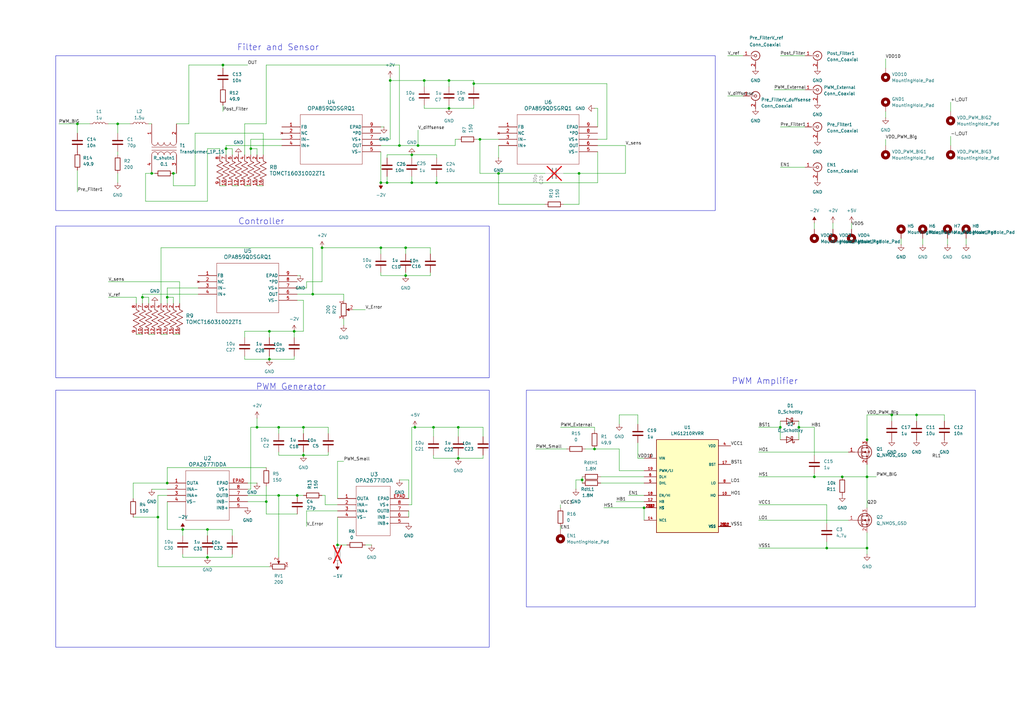
<source format=kicad_sch>
(kicad_sch (version 20231120) (generator "eeschema") (generator_version "8.0")
  (paper "A3")
  (junction (at 71.12 71.12))
  (junction (at 264.16 208.28))
  (junction (at 334.01 195.58))
  (junction (at 204.47 71.12))
  (junction (at 184.15 33.02))
  (junction (at 156.21 101.6))
  (junction (at 355.6 180.34))
  (junction (at 163.83 59.69))
  (junction (at 187.96 187.96))
  (junction (at 327.66 175.26))
  (junction (at 48.26 50.8))
  (junction (at 243.84 184.15))
  (junction (at 68.58 198.12))
  (junction (at 138.43 223.52))
  (junction (at 128.27 120.65))
  (junction (at 237.49 71.12))
  (junction (at 339.09 224.79))
  (junction (at 171.45 59.69))
  (junction (at 177.8 175.26))
  (junction (at 91.44 26.67))
  (junction (at 114.3 203.2))
  (junction (at 110.49 147.32))
  (junction (at 85.09 217.17))
  (junction (at 58.42 121.92))
  (junction (at 109.22 205.74))
  (junction (at 85.09 228.6))
  (junction (at 196.85 57.15))
  (junction (at 124.46 186.69))
  (junction (at 173.99 33.02))
  (junction (at 105.41 175.26))
  (junction (at 158.75 74.93))
  (junction (at 92.71 60.96))
  (junction (at 168.91 74.93))
  (junction (at 345.44 195.58))
  (junction (at 62.23 71.12))
  (junction (at 156.21 74.93))
  (junction (at 320.04 175.26))
  (junction (at 132.08 101.6))
  (junction (at 355.6 224.79))
  (junction (at 120.65 135.89))
  (junction (at 187.96 175.26))
  (junction (at 194.31 34.29))
  (junction (at 64.77 212.09))
  (junction (at 355.6 195.58))
  (junction (at 124.46 175.26))
  (junction (at 160.02 33.02))
  (junction (at 110.49 135.89))
  (junction (at 121.92 203.2))
  (junction (at 179.07 74.93))
  (junction (at 31.75 50.8))
  (junction (at 365.76 170.18))
  (junction (at 375.92 170.18))
  (junction (at 68.58 121.92))
  (junction (at 168.91 63.5))
  (junction (at 114.3 175.26))
  (junction (at 166.37 113.03))
  (junction (at 238.76 196.85))
  (junction (at 170.18 175.26))
  (junction (at 184.15 44.45))
  (junction (at 166.37 101.6))
  (junction (at 102.87 60.96))
  (junction (at 74.93 217.17))
  (wire (pts (xy 334.01 195.58) (xy 345.44 195.58)))
  (wire (pts (xy 156.21 111.76) (xy 156.21 113.03)))
  (wire (pts (xy 240.03 184.15) (xy 243.84 184.15)))
  (wire (pts (xy 176.53 113.03) (xy 176.53 111.76)))
  (wire (pts (xy 128.27 101.6) (xy 128.27 120.65)))
  (wire (pts (xy 237.49 71.12) (xy 237.49 83.82)))
  (wire (pts (xy 44.45 50.8) (xy 48.26 50.8)))
  (wire (pts (xy 90.17 60.96) (xy 90.17 63.5)))
  (wire (pts (xy 71.12 71.12) (xy 71.12 76.2)))
  (wire (pts (xy 365.76 170.18) (xy 375.92 170.18)))
  (wire (pts (xy 156.21 74.93) (xy 158.75 74.93)))
  (wire (pts (xy 124.46 186.69) (xy 124.46 185.42)))
  (wire (pts (xy 125.73 209.55) (xy 138.43 209.55)))
  (wire (pts (xy 187.96 179.07) (xy 187.96 175.26)))
  (wire (pts (xy 102.87 200.66) (xy 101.6 200.66)))
  (wire (pts (xy 156.21 57.15) (xy 160.02 57.15)))
  (wire (pts (xy 186.69 57.15) (xy 186.69 59.69)))
  (wire (pts (xy 109.22 199.39) (xy 109.22 205.74)))
  (wire (pts (xy 173.99 35.56) (xy 173.99 33.02)))
  (wire (pts (xy 168.91 175.26) (xy 170.18 175.26)))
  (wire (pts (xy 74.93 228.6) (xy 85.09 228.6)))
  (wire (pts (xy 389.89 55.88) (xy 389.89 59.69)))
  (wire (pts (xy 179.07 72.39) (xy 179.07 74.93)))
  (wire (pts (xy 68.58 121.92) (xy 68.58 118.11)))
  (wire (pts (xy 58.42 121.92) (xy 60.96 121.92)))
  (wire (pts (xy 194.31 34.29) (xy 248.92 34.29)))
  (wire (pts (xy 110.49 147.32) (xy 120.65 147.32)))
  (wire (pts (xy 355.6 190.5) (xy 355.6 195.58)))
  (wire (pts (xy 105.41 63.5) (xy 105.41 60.96)))
  (wire (pts (xy 55.88 121.92) (xy 55.88 124.46)))
  (wire (pts (xy 105.41 60.96) (xy 102.87 60.96)))
  (wire (pts (xy 160.02 33.02) (xy 173.99 33.02)))
  (wire (pts (xy 124.46 177.8) (xy 124.46 175.26)))
  (wire (pts (xy 100.33 76.2) (xy 102.87 76.2)))
  (wire (pts (xy 100.33 146.05) (xy 100.33 147.32)))
  (wire (pts (xy 298.45 22.86) (xy 304.8 22.86)))
  (wire (pts (xy 58.42 120.65) (xy 81.28 120.65)))
  (wire (pts (xy 375.92 170.18) (xy 375.92 172.72)))
  (wire (pts (xy 74.93 219.71) (xy 74.93 217.17)))
  (wire (pts (xy 184.15 44.45) (xy 184.15 43.18)))
  (wire (pts (xy 142.24 223.52) (xy 138.43 223.52)))
  (wire (pts (xy 107.95 54.61) (xy 107.95 63.5)))
  (wire (pts (xy 74.93 227.33) (xy 74.93 228.6)))
  (wire (pts (xy 204.47 71.12) (xy 196.85 71.12)))
  (wire (pts (xy 74.93 217.17) (xy 68.58 217.17)))
  (wire (pts (xy 90.17 76.2) (xy 92.71 76.2)))
  (wire (pts (xy 44.45 115.57) (xy 73.66 115.57)))
  (wire (pts (xy 77.47 26.67) (xy 77.47 50.8)))
  (wire (pts (xy 177.8 186.69) (xy 177.8 187.96)))
  (wire (pts (xy 55.88 137.16) (xy 58.42 137.16)))
  (wire (pts (xy 156.21 113.03) (xy 166.37 113.03)))
  (wire (pts (xy 378.46 97.79) (xy 378.46 100.33)))
  (wire (pts (xy 109.22 26.67) (xy 163.83 26.67)))
  (wire (pts (xy 176.53 101.6) (xy 166.37 101.6)))
  (wire (pts (xy 31.75 69.85) (xy 31.75 78.74)))
  (wire (pts (xy 355.6 170.18) (xy 355.6 180.34)))
  (wire (pts (xy 320.04 175.26) (xy 320.04 180.34)))
  (wire (pts (xy 388.62 97.79) (xy 388.62 100.33)))
  (wire (pts (xy 100.33 50.8) (xy 109.22 50.8)))
  (wire (pts (xy 334.01 175.26) (xy 334.01 186.69)))
  (wire (pts (xy 396.24 97.79) (xy 396.24 100.33)))
  (wire (pts (xy 339.09 224.79) (xy 355.6 224.79)))
  (wire (pts (xy 184.15 35.56) (xy 184.15 33.02)))
  (wire (pts (xy 95.25 217.17) (xy 85.09 217.17)))
  (wire (pts (xy 334.01 91.44) (xy 334.01 93.98)))
  (wire (pts (xy 170.18 175.26) (xy 177.8 175.26)))
  (wire (pts (xy 105.41 175.26) (xy 114.3 175.26)))
  (wire (pts (xy 369.57 97.79) (xy 369.57 100.33)))
  (wire (pts (xy 91.44 26.67) (xy 101.6 26.67)))
  (wire (pts (xy 187.96 175.26) (xy 198.12 175.26)))
  (wire (pts (xy 177.8 175.26) (xy 177.8 179.07)))
  (wire (pts (xy 58.42 120.65) (xy 58.42 121.92)))
  (wire (pts (xy 339.09 214.63) (xy 339.09 207.01)))
  (wire (pts (xy 109.22 205.74) (xy 101.6 205.74)))
  (wire (pts (xy 196.85 57.15) (xy 195.58 57.15)))
  (wire (pts (xy 102.87 175.26) (xy 102.87 200.66)))
  (wire (pts (xy 121.92 113.03) (xy 123.19 113.03)))
  (wire (pts (xy 59.69 71.12) (xy 59.69 82.55)))
  (wire (pts (xy 62.23 71.12) (xy 59.69 71.12)))
  (wire (pts (xy 341.63 91.44) (xy 341.63 93.98)))
  (wire (pts (xy 264.16 187.96) (xy 261.62 187.96)))
  (wire (pts (xy 237.49 71.12) (xy 231.14 71.12)))
  (wire (pts (xy 375.92 170.18) (xy 387.35 170.18)))
  (wire (pts (xy 311.15 224.79) (xy 339.09 224.79)))
  (wire (pts (xy 102.87 57.15) (xy 115.57 57.15)))
  (wire (pts (xy 109.22 50.8) (xy 109.22 26.67)))
  (wire (pts (xy 317.5 36.83) (xy 330.2 36.83)))
  (wire (pts (xy 100.33 135.89) (xy 110.49 135.89)))
  (wire (pts (xy 95.25 228.6) (xy 95.25 227.33)))
  (wire (pts (xy 245.11 52.07) (xy 245.11 44.45)))
  (wire (pts (xy 231.14 83.82) (xy 237.49 83.82)))
  (wire (pts (xy 132.08 101.6) (xy 156.21 101.6)))
  (wire (pts (xy 363.22 24.13) (xy 363.22 27.94)))
  (wire (pts (xy 173.99 44.45) (xy 184.15 44.45)))
  (wire (pts (xy 168.91 63.5) (xy 168.91 64.77)))
  (wire (pts (xy 177.8 175.26) (xy 187.96 175.26)))
  (wire (pts (xy 114.3 177.8) (xy 114.3 175.26)))
  (wire (pts (xy 125.73 115.57) (xy 132.08 115.57)))
  (wire (pts (xy 58.42 124.46) (xy 58.42 121.92)))
  (wire (pts (xy 254 184.15) (xy 254 193.04)))
  (wire (pts (xy 355.6 224.79) (xy 355.6 227.33)))
  (wire (pts (xy 168.91 207.01) (xy 167.64 207.01)))
  (wire (pts (xy 92.71 63.5) (xy 92.71 60.96)))
  (wire (pts (xy 168.91 207.01) (xy 168.91 175.26)))
  (wire (pts (xy 158.75 72.39) (xy 158.75 74.93)))
  (wire (pts (xy 105.41 171.45) (xy 105.41 175.26)))
  (wire (pts (xy 187.96 187.96) (xy 187.96 186.69)))
  (wire (pts (xy 163.83 59.69) (xy 171.45 59.69)))
  (wire (pts (xy 125.73 215.9) (xy 125.73 209.55)))
  (wire (pts (xy 100.33 63.5) (xy 100.33 50.8)))
  (wire (pts (xy 264.16 208.28) (xy 264.16 213.36)))
  (wire (pts (xy 74.93 217.17) (xy 85.09 217.17)))
  (wire (pts (xy 105.41 175.26) (xy 102.87 175.26)))
  (wire (pts (xy 194.31 44.45) (xy 194.31 43.18)))
  (wire (pts (xy 100.33 138.43) (xy 100.33 135.89)))
  (wire (pts (xy 133.35 203.2) (xy 133.35 207.01)))
  (wire (pts (xy 156.21 101.6) (xy 166.37 101.6)))
  (wire (pts (xy 101.6 203.2) (xy 114.3 203.2)))
  (wire (pts (xy 236.22 196.85) (xy 236.22 200.66)))
  (wire (pts (xy 80.01 76.2) (xy 80.01 54.61)))
  (wire (pts (xy 85.09 60.96) (xy 85.09 82.55)))
  (wire (pts (xy 355.6 180.34) (xy 355.6 181.61)))
  (wire (pts (xy 64.77 232.41) (xy 64.77 212.09)))
  (wire (pts (xy 246.38 195.58) (xy 264.16 195.58)))
  (wire (pts (xy 80.01 54.61) (xy 107.95 54.61)))
  (wire (pts (xy 229.87 207.01) (xy 229.87 208.28)))
  (wire (pts (xy 48.26 71.12) (xy 48.26 74.93)))
  (wire (pts (xy 105.41 198.12) (xy 101.6 198.12)))
  (wire (pts (xy 95.25 76.2) (xy 97.79 76.2)))
  (wire (pts (xy 100.33 147.32) (xy 110.49 147.32)))
  (wire (pts (xy 298.45 39.37) (xy 304.8 39.37)))
  (wire (pts (xy 158.75 63.5) (xy 158.75 64.77)))
  (wire (pts (xy 160.02 31.75) (xy 160.02 33.02)))
  (wire (pts (xy 311.15 175.26) (xy 320.04 175.26)))
  (wire (pts (xy 167.64 196.85) (xy 167.64 204.47)))
  (wire (pts (xy 149.86 223.52) (xy 152.4 223.52)))
  (wire (pts (xy 363.22 57.15) (xy 363.22 59.69)))
  (wire (pts (xy 179.07 64.77) (xy 179.07 63.5)))
  (wire (pts (xy 158.75 74.93) (xy 168.91 74.93)))
  (wire (pts (xy 140.97 133.35) (xy 140.97 130.81)))
  (wire (pts (xy 121.92 118.11) (xy 125.73 118.11)))
  (wire (pts (xy 254 193.04) (xy 264.16 193.04)))
  (wire (pts (xy 60.96 50.8) (xy 62.23 50.8)))
  (wire (pts (xy 124.46 186.69) (xy 134.62 186.69)))
  (wire (pts (xy 134.62 186.69) (xy 134.62 185.42)))
  (wire (pts (xy 194.31 33.02) (xy 184.15 33.02)))
  (wire (pts (xy 124.46 123.19) (xy 121.92 123.19)))
  (wire (pts (xy 132.08 115.57) (xy 132.08 101.6)))
  (wire (pts (xy 140.97 120.65) (xy 128.27 120.65)))
  (wire (pts (xy 238.76 196.85) (xy 238.76 198.12)))
  (wire (pts (xy 256.54 59.69) (xy 256.54 71.12)))
  (wire (pts (xy 166.37 104.14) (xy 166.37 101.6)))
  (wire (pts (xy 48.26 62.23) (xy 48.26 63.5)))
  (wire (pts (xy 66.04 101.6) (xy 66.04 124.46)))
  (wire (pts (xy 54.61 212.09) (xy 64.77 212.09)))
  (wire (pts (xy 166.37 113.03) (xy 166.37 111.76)))
  (wire (pts (xy 85.09 60.96) (xy 90.17 60.96)))
  (wire (pts (xy 64.77 212.09) (xy 64.77 203.2)))
  (wire (pts (xy 179.07 63.5) (xy 168.91 63.5)))
  (wire (pts (xy 109.22 205.74) (xy 109.22 210.82)))
  (wire (pts (xy 114.3 203.2) (xy 121.92 203.2)))
  (wire (pts (xy 91.44 43.18) (xy 91.44 45.72)))
  (wire (pts (xy 31.75 50.8) (xy 36.83 50.8)))
  (wire (pts (xy 44.45 121.92) (xy 55.88 121.92)))
  (wire (pts (xy 31.75 50.8) (xy 31.75 54.61)))
  (wire (pts (xy 179.07 74.93) (xy 245.11 74.93)))
  (wire (pts (xy 198.12 187.96) (xy 198.12 186.69)))
  (wire (pts (xy 320.04 172.72) (xy 320.04 175.26)))
  (wire (pts (xy 120.65 138.43) (xy 120.65 135.89)))
  (wire (pts (xy 144.78 127) (xy 149.86 127)))
  (wire (pts (xy 71.12 76.2) (xy 80.01 76.2)))
  (wire (pts (xy 138.43 189.23) (xy 140.97 189.23)))
  (wire (pts (xy 247.65 208.28) (xy 264.16 208.28)))
  (wire (pts (xy 54.61 198.12) (xy 54.61 204.47)))
  (wire (pts (xy 48.26 50.8) (xy 48.26 54.61)))
  (wire (pts (xy 256.54 71.12) (xy 237.49 71.12)))
  (wire (pts (xy 92.71 60.96) (xy 95.25 60.96)))
  (wire (pts (xy 92.71 59.69) (xy 92.71 60.96)))
  (wire (pts (xy 334.01 195.58) (xy 334.01 194.31)))
  (wire (pts (xy 68.58 191.77) (xy 68.58 198.12)))
  (wire (pts (xy 68.58 121.92) (xy 68.58 124.46)))
  (wire (pts (xy 138.43 223.52) (xy 138.43 212.09)))
  (wire (pts (xy 204.47 71.12) (xy 204.47 83.82)))
  (wire (pts (xy 163.83 196.85) (xy 167.64 196.85)))
  (wire (pts (xy 177.8 187.96) (xy 187.96 187.96)))
  (wire (pts (xy 173.99 43.18) (xy 173.99 44.45)))
  (wire (pts (xy 168.91 72.39) (xy 168.91 74.93)))
  (wire (pts (xy 68.58 191.77) (xy 109.22 191.77)))
  (wire (pts (xy 102.87 60.96) (xy 102.87 63.5)))
  (wire (pts (xy 167.64 209.55) (xy 167.64 212.09)))
  (wire (pts (xy 134.62 175.26) (xy 124.46 175.26)))
  (wire (pts (xy 261.62 187.96) (xy 261.62 181.61)))
  (wire (pts (xy 105.41 76.2) (xy 107.95 76.2)))
  (wire (pts (xy 245.11 62.23) (xy 245.11 74.93)))
  (wire (pts (xy 355.6 195.58) (xy 355.6 208.28)))
  (wire (pts (xy 327.66 172.72) (xy 327.66 175.26)))
  (wire (pts (xy 168.91 74.93) (xy 179.07 74.93)))
  (wire (pts (xy 156.21 59.69) (xy 163.83 59.69)))
  (wire (pts (xy 156.21 74.93) (xy 156.21 62.23)))
  (wire (pts (xy 71.12 137.16) (xy 73.66 137.16)))
  (wire (pts (xy 194.31 34.29) (xy 194.31 33.02)))
  (wire (pts (xy 243.84 184.15) (xy 254 184.15)))
  (wire (pts (xy 219.71 184.15) (xy 232.41 184.15)))
  (wire (pts (xy 311.15 207.01) (xy 339.09 207.01)))
  (wire (pts (xy 160.02 33.02) (xy 160.02 57.15)))
  (wire (pts (xy 257.81 203.2) (xy 264.16 203.2)))
  (wire (pts (xy 85.09 82.55) (xy 59.69 82.55)))
  (wire (pts (xy 95.25 60.96) (xy 95.25 63.5)))
  (wire (pts (xy 198.12 179.07) (xy 198.12 175.26)))
  (wire (pts (xy 68.58 198.12) (xy 54.61 198.12)))
  (wire (pts (xy 121.92 203.2) (xy 124.46 203.2)))
  (wire (pts (xy 109.22 210.82) (xy 121.92 210.82)))
  (wire (pts (xy 194.31 35.56) (xy 194.31 34.29)))
  (wire (pts (xy 114.3 185.42) (xy 114.3 186.69)))
  (wire (pts (xy 120.65 135.89) (xy 124.46 135.89)))
  (wire (pts (xy 133.35 207.01) (xy 138.43 207.01)))
  (wire (pts (xy 248.92 57.15) (xy 245.11 57.15)))
  (wire (pts (xy 311.15 185.42) (xy 347.98 185.42)))
  (wire (pts (xy 238.76 195.58) (xy 238.76 196.85)))
  (wire (pts (xy 355.6 218.44) (xy 355.6 224.79)))
  (wire (pts (xy 66.04 101.6) (xy 128.27 101.6)))
  (wire (pts (xy 114.3 203.2) (xy 114.3 228.6)))
  (wire (pts (xy 166.37 113.03) (xy 176.53 113.03)))
  (wire (pts (xy 134.62 177.8) (xy 134.62 175.26)))
  (wire (pts (xy 248.92 34.29) (xy 248.92 57.15)))
  (wire (pts (xy 261.62 170.18) (xy 261.62 173.99)))
  (wire (pts (xy 95.25 219.71) (xy 95.25 217.17)))
  (wire (pts (xy 62.23 71.12) (xy 63.5 71.12)))
  (wire (pts (xy 163.83 26.67) (xy 163.83 59.69)))
  (wire (pts (xy 223.52 71.12) (xy 204.47 71.12)))
  (wire (pts (xy 68.58 118.11) (xy 81.28 118.11)))
  (wire (pts (xy 168.91 63.5) (xy 158.75 63.5)))
  (wire (pts (xy 102.87 60.96) (xy 102.87 57.15)))
  (wire (pts (xy 114.3 186.69) (xy 124.46 186.69)))
  (wire (pts (xy 60.96 121.92) (xy 60.96 124.46)))
  (wire (pts (xy 171.45 59.69) (xy 186.69 59.69)))
  (wire (pts (xy 85.09 219.71) (xy 85.09 217.17)))
  (wire (pts (xy 156.21 104.14) (xy 156.21 101.6)))
  (wire (pts (xy 85.09 228.6) (xy 85.09 227.33)))
  (wire (pts (xy 229.87 175.26) (xy 243.84 175.26)))
  (wire (pts (xy 48.26 50.8) (xy 53.34 50.8)))
  (wire (pts (xy 355.6 170.18) (xy 365.76 170.18)))
  (wire (pts (xy 72.39 50.8) (xy 77.47 50.8)))
  (wire (pts (xy 229.87 215.9) (xy 229.87 217.17)))
  (wire (pts (xy 187.96 57.15) (xy 186.69 57.15)))
  (wire (pts (xy 92.71 59.69) (xy 115.57 59.69)))
  (wire (pts (xy 320.04 68.58) (xy 330.2 68.58)))
  (wire (pts (xy 176.53 104.14) (xy 176.53 101.6)))
  (wire (pts (xy 120.65 147.32) (xy 120.65 146.05)))
  (wire (pts (xy 387.35 170.18) (xy 387.35 172.72)))
  (wire (pts (xy 254 173.99) (xy 254 170.18)))
  (wire (pts (xy 110.49 138.43) (xy 110.49 135.89)))
  (wire (pts (xy 156.21 52.07) (xy 157.48 52.07)))
  (wire (pts (xy 184.15 44.45) (xy 194.31 44.45)))
  (wire (pts (xy 121.92 120.65) (xy 128.27 120.65)))
  (wire (pts (xy 85.09 228.6) (xy 95.25 228.6)))
  (wire (pts (xy 68.58 205.74) (xy 68.58 217.17)))
  (wire (pts (xy 363.22 45.72) (xy 363.22 48.26)))
  (wire (pts (xy 91.44 26.67) (xy 91.44 27.94)))
  (wire (pts (xy 243.84 44.45) (xy 245.11 44.45)))
  (wire (pts (xy 77.47 26.67) (xy 91.44 26.67)))
  (wire (pts (xy 124.46 123.19) (xy 124.46 135.89)))
  (wire (pts (xy 320.04 52.07) (xy 330.2 52.07)))
  (wire (pts (xy 125.73 115.57) (xy 125.73 118.11)))
  (wire (pts (xy 238.76 196.85) (xy 236.22 196.85)))
  (wire (pts (xy 196.85 71.12) (xy 196.85 57.15)))
  (wire (pts (xy 254 170.18) (xy 261.62 170.18)))
  (wire (pts (xy 62.23 200.66) (xy 68.58 200.66)))
  (wire (pts (xy 64.77 203.2) (xy 68.58 203.2)))
  (wire (pts (xy 252.73 205.74) (xy 264.16 205.74)))
  (wire (pts (xy 311.15 195.58) (xy 334.01 195.58)))
  (wire (pts (xy 171.45 53.34) (xy 171.45 59.69)))
  (wire (pts (xy 66.04 137.16) (xy 68.58 137.16)))
  (wire (pts (xy 320.04 22.86) (xy 330.2 22.86)))
  (wire (pts (xy 243.84 175.26) (xy 243.84 176.53)))
  (wire (pts (xy 196.85 57.15) (xy 204.47 57.15)))
  (wire (pts (xy 327.66 175.26) (xy 327.66 180.34)))
  (wire (pts (xy 204.47 59.69) (xy 204.47 64.77)))
  (wire (pts (xy 132.08 203.2) (xy 133.35 203.2)))
  (wire (pts (xy 120.65 135.89) (xy 110.49 135.89)))
  (wire (pts (xy 389.89 41.91) (xy 389.89 45.72)))
  (wire (pts (xy 327.66 175.26) (xy 334.01 175.26)))
  (wire (pts (xy 223.52 83.82) (xy 204.47 83.82)))
  (wire (pts (xy 60.96 137.16) (xy 63.5 137.16)))
  (wire (pts (xy 355.6 195.58) (xy 359.41 195.58)))
  (wire (pts (xy 187.96 187.96) (xy 198.12 187.96)))
  (wire (pts (xy 345.44 195.58) (xy 355.6 195.58)))
  (wire (pts (xy 365.76 170.18) (xy 365.76 172.72)))
  (wire (pts (xy 339.09 222.25) (xy 339.09 224.79)))
  (wire (pts (xy 73.66 115.57) (xy 73.66 124.46)))
  (wire (pts (xy 71.12 121.92) (xy 68.58 121.92)))
  (wire (pts (xy 349.25 91.44) (xy 349.25 93.98)))
  (wire (pts (xy 138.43 189.23) (xy 138.43 204.47)))
  (wire (pts (xy 24.13 50.8) (xy 31.75 50.8)))
  (wire (pts (xy 245.11 59.69) (xy 256.54 59.69)))
  (wire (pts (xy 140.97 123.19) (xy 140.97 120.65)))
  (wire (pts (xy 64.77 232.41) (xy 110.49 232.41)))
  (wire (pts (xy 71.12 124.46) (xy 71.12 121.92)))
  (wire (pts (xy 114.3 175.26) (xy 124.46 175.26)))
  (wire (pts (xy 311.15 213.36) (xy 347.98 213.36)))
  (wire (pts (xy 72.39 71.12) (xy 71.12 71.12)))
  (wire (pts (xy 110.49 147.32) (xy 110.49 146.05)))
  (wire (pts (xy 173.99 33.02) (xy 184.15 33.02)))
  (wire (pts (xy 246.38 198.12) (xy 264.16 198.12)))
  (rectangle (start 215.9 160.02) (end 400.05 248.92))
  (rectangle (start 22.86 22.86) (end 293.37 86.36))
  (rectangle (start 22.86 160.02) (end 200.66 265.43))
  (rectangle (start 22.86 92.71) (end 200.66 154.94))
  (text "Controller" (at 107.188 90.932 0) (effects (font (size 2.54 2.54))))
  (text "Filter and Sensor" (at 114.046 19.558 0) (effects (font (size 2.54 2.54))))
  (text "PWM Generator" (at 119.38 158.75 0) (effects (font (size 2.54 2.54))))
  (text "PWM Amplifier" (at 313.69 156.464 0) (effects (font (size 2.54 2.54))))
  (label "VCC1" (at 311.15 207.01 0))
  (label "V_Error" (at 125.73 215.9 0))
  (label "PWM_Small" (at 140.97 189.23 0))
  (label "VDD_PWM_Big" (at 363.22 57.15 0))
  (label "PWM_BIG" (at 24.13 50.8 0))
  (label "HO1" (at 311.15 185.42 0))
  (label "PWM_Small" (at 219.71 184.15 0))
  (label "HB1" (at 332.74 175.26 0))
  (label "+I_OUT" (at 389.89 41.91 0))
  (label "VSS1" (at 311.15 224.79 0))
  (label "PWM_External" (at 229.87 175.26 0))
  (label "VDD10" (at 363.22 24.13 0))
  (label "HB1" (at 252.73 205.74 0))
  (label "V_sens" (at 44.45 115.57 0))
  (label "Post_Filter" (at 91.44 45.72 0))
  (label "RL1" (at 382.27 187.96 0))
  (label "PWM_BIG" (at 359.41 195.58 0))
  (label "VDD5" (at 349.25 92.71 0))
  (label "BST1" (at 299.72 190.5 0))
  (label "V_diffsense" (at 171.45 53.34 0))
  (label "V_Error" (at 149.86 127 0))
  (label "VDD10" (at 261.62 187.96 0))
  (label "HS1" (at 247.65 208.28 0))
  (label "-I_OUT" (at 389.89 55.88 0))
  (label "EN1" (at 229.87 217.17 0))
  (label "BST1" (at 311.15 175.26 0))
  (label "V_diffsense" (at 298.45 39.37 0))
  (label "V_ref" (at 298.45 22.86 0))
  (label "VDD_PWM_Big" (at 355.6 170.18 0))
  (label "Post_Filter" (at 320.04 22.86 0))
  (label "Pre_Filter1" (at 320.04 52.07 0))
  (label "LO1" (at 299.72 198.12 0))
  (label "Q2D" (at 355.6 207.01 0))
  (label "Pre_Filter1" (at 31.75 78.74 0))
  (label "VCC1" (at 229.87 207.01 0))
  (label "OUT" (at 101.6 26.67 0))
  (label "LO1" (at 311.15 213.36 0))
  (label "V_sens" (at 256.54 59.69 0))
  (label "PWM_External" (at 317.5 36.83 0))
  (label "V_ref" (at 44.45 121.92 0))
  (label "VCC1" (at 299.72 182.88 0))
  (label "EN1" (at 320.04 68.58 0))
  (label "EN1" (at 257.81 203.2 0))
  (label "VSS1" (at 299.72 215.9 0))
  (label "HO1" (at 299.72 203.2 0))
  (label "HS1" (at 311.15 195.58 0))
  (symbol (lib_id "power:GND") (at 140.97 133.35 0) (mirror y) (unit 1)
    (property "Reference" "#PWR09" (effects (hide yes)))
    (property "Value" "GND" (at 140.97 138.43 0))
    (property "Description" "Power symbol creates a global label with name \"GND\" , ground" (effects (hide yes)))
  )
  (symbol (lib_id "power:GND") (at 355.6 227.33 0) (unit 1)
    (property "Reference" "#PWR0104" (effects (hide yes)))
    (property "Value" "GND" (at 355.6 232.41 0))
    (property "Description" "Power symbol creates a global label with name \"GND\" , ground" (effects (hide yes)))
  )
  (symbol (lib_id "Device:C") (at 74.93 223.52 180) (unit 1)
    (property "Reference" "C30" (at 71.12 224.7901 0) (effects (justify left)))
    (property "Value" "10u" (at 71.12 222.2501 0) (effects (justify left)))
    (property "Footprint" "Capacitor_SMD:C_0402_1005Metric" (effects (hide yes)))
    (property "Description" "Unpolarized capacitor" (effects (hide yes)))
  )
  (symbol (lib_id "Device:C") (at 110.49 142.24 180) (unit 1)
    (property "Reference" "C28" (at 104.648 143.764 0) (effects (justify right)))
    (property "Value" "1u" (at 104.902 140.97 0) (effects (justify right)))
    (property "Footprint" "Capacitor_SMD:C_0402_1005Metric" (effects (hide yes)))
    (property "Description" "Unpolarized capacitor" (effects (hide yes)))
  )
  (symbol (lib_id "power:GND") (at 97.79 63.5 180) (unit 1)
    (property "Reference" "#PWR013" (effects (hide yes)))
    (property "Value" "GND" (at 97.79 58.42 0))
    (property "Description" "Power symbol creates a global label with name \"GND\" , ground" (effects (hide yes)))
  )
  (symbol (lib_id "Device:R_Potentiometer") (at 114.3 232.41 90) (unit 1)
    (property "Reference" "RV1" (at 114.3 236.22 90))
    (property "Value" "200" (at 114.3 238.76 90))
    (property "Footprint" "MyFootprints:POT_ 3214W-1-201E" (effects (hide yes)))
    (property "Description" "Potentiometer" (effects (hide yes)))
  )
  (symbol (lib_id "Device:C") (at 227.33 71.12 270) (unit 1) (dnp yes)
    (property "Reference" "C20" (at 221.9961 71.882 0) (effects (justify left)))
    (property "Value" "30p" (at 219.456 71.374 0) (effects (justify left)))
    (property "Footprint" "Capacitor_SMD:C_0402_1005Metric" (effects (hide yes)))
    (property "Description" "Unpolarized capacitor" (effects (hide yes)))
  )
  (symbol (lib_id "power:GND") (at 184.15 44.45 0) (unit 1)
    (property "Reference" "#PWR015" (effects (hide yes)))
    (property "Value" "GND" (at 184.15 49.53 0))
    (property "Description" "Power symbol creates a global label with name \"GND\" , ground" (effects (hide yes)))
  )
  (symbol (lib_id "Connector:Conn_Coaxial") (at 335.28 22.86 0) (unit 1)
    (property "Reference" "Post_Filter1" (at 339.09 21.8831 0) (effects (justify left)))
    (property "Value" "Conn_Coaxial" (at 339.09 24.4231 0) (effects (justify left)))
    (property "Footprint" "Connector_Coaxial:U.FL_Molex_MCRF_73412-0110_Vertical" (effects (hide yes)))
    (property "Description" "coaxial connector (BNC, SMA, SMB, SMC, Cinch/RCA, LEMO, ...)" (effects (hide yes)))
  )
  (symbol (lib_id "Mechanical:MountingHole_Pad") (at 363.22 43.18 0) (unit 1) (exclude_from_sim yes) (in_bom no)
    (property "Reference" "GND1" (at 365.76 40.6399 0) (effects (justify left)))
    (property "Value" "MountingHole_Pad" (at 365.76 43.1799 0) (effects (justify left)))
    (property "Footprint" "MountingHole:MountingHole_2.5mm_Pad_TopBottom" (effects (hide yes)))
    (property "Description" "Mounting Hole with connection" (effects (hide yes)))
  )
  (symbol (lib_id "Device:C") (at 166.37 107.95 180) (unit 1)
    (property "Reference" "C10" (at 160.528 109.474 0) (effects (justify right)))
    (property "Value" "1u" (at 160.782 106.68 0) (effects (justify right)))
    (property "Footprint" "Capacitor_SMD:C_0402_1005Metric" (effects (hide yes)))
    (property "Description" "Unpolarized capacitor" (effects (hide yes)))
  )
  (symbol (lib_id "Mechanical:MountingHole_Pad") (at 378.46 95.25 0) (unit 1) (exclude_from_sim yes) (in_bom no)
    (property "Reference" "H6" (at 381 92.7099 0) (effects (justify left)))
    (property "Value" "MountingHole_Pad" (at 381 95.2499 0) (effects (justify left)))
    (property "Footprint" "MountingHole:MountingHole_4.3mm_M4_DIN965_Pad_TopBottom" (effects (hide yes)))
    (property "Description" "Mounting Hole with connection" (effects (hide yes)))
  )
  (symbol (lib_id "Device:C") (at 261.62 177.8 0) (unit 1)
    (property "Reference" "C19" (at 265.43 176.5299 0) (effects (justify left)))
    (property "Value" "1u" (at 265.43 179.0699 0) (effects (justify left)))
    (property "Footprint" "Capacitor_SMD:C_0402_1005Metric" (effects (hide yes)))
    (property "Description" "Unpolarized capacitor" (effects (hide yes)))
  )
  (symbol (lib_id "power:GND") (at 48.26 74.93 0) (mirror y) (unit 1)
    (property "Reference" "#PWR01" (effects (hide yes)))
    (property "Value" "GND" (at 48.26 80.01 0))
    (property "Description" "Power symbol creates a global label with name \"GND\" , ground" (effects (hide yes)))
  )
  (symbol (lib_id "Device:C") (at 156.21 107.95 180) (unit 1)
    (property "Reference" "C9" (at 152.4 109.2201 0) (effects (justify left)))
    (property "Value" "10u" (at 152.4 106.6801 0) (effects (justify left)))
    (property "Footprint" "Capacitor_SMD:C_0603_1608Metric" (effects (hide yes)))
    (property "Description" "Unpolarized capacitor" (effects (hide yes)))
  )
  (symbol (lib_id "Connector:Conn_Coaxial") (at 335.28 68.58 0) (unit 1)
    (property "Reference" "EN1" (at 339.09 67.6031 0) (effects (justify left)))
    (property "Value" "Conn_Coaxial" (at 339.09 70.1431 0) (effects (justify left)))
    (property "Footprint" "Connector_Coaxial:U.FL_Molex_MCRF_73412-0110_Vertical" (effects (hide yes)))
    (property "Description" "coaxial connector (BNC, SMA, SMB, SMC, Cinch/RCA, LEMO, ...)" (effects (hide yes)))
  )
  (symbol (lib_id "Device:R") (at 146.05 223.52 90) (unit 1)
    (property "Reference" "R6" (at 144.272 217.932 90))
    (property "Value" "0" (at 144.272 220.472 90))
    (property "Footprint" "Capacitor_SMD:C_0805_2012Metric" (effects (hide yes)))
    (property "Description" "Resistor" (effects (hide yes)))
  )
  (symbol (lib_id "power:GND") (at 63.5 124.46 180) (unit 1)
    (property "Reference" "#PWR021" (effects (hide yes)))
    (property "Value" "GND" (at 63.5 119.38 0))
    (property "Description" "Power symbol creates a global label with name \"GND\" , ground" (effects (hide yes)))
  )
  (symbol (lib_id "Device:R") (at 242.57 195.58 90) (unit 1)
    (property "Reference" "RdtH1" (at 242.316 189.738 90))
    (property "Value" "1.8M" (at 242.316 192.278 90))
    (property "Footprint" "Resistor_SMD:R_0402_1005Metric" (effects (hide yes)))
    (property "Description" "Resistor" (effects (hide yes)))
  )
  (symbol (lib_id "Device:C") (at 134.62 181.61 180) (unit 1)
    (property "Reference" "C5" (at 130.81 182.8801 0) (effects (justify left)))
    (property "Value" "10n" (at 129.794 180.594 0) (effects (justify left)))
    (property "Footprint" "Capacitor_SMD:C_0402_1005Metric" (effects (hide yes)))
    (property "Description" "Unpolarized capacitor" (effects (hide yes)))
  )
  (symbol (lib_id "power:GND") (at 254 173.99 0) (unit 1)
    (property "Reference" "#PWR04" (effects (hide yes)))
    (property "Value" "GND" (at 254 179.07 0))
    (property "Description" "Power symbol creates a global label with name \"GND\" , ground" (effects (hide yes)))
  )
  (symbol (lib_id "power:GND") (at 101.6 208.28 0) (unit 1)
    (property "Reference" "#PWR037" (effects (hide yes)))
    (property "Value" "GND" (at 101.6 213.36 0))
    (property "Description" "Power symbol creates a global label with name \"GND\" , ground" (effects (hide yes)))
  )
  (symbol (lib_id "power:GND") (at 345.44 203.2 0) (unit 1)
    (property "Reference" "#PWR028" (effects (hide yes)))
    (property "Value" "GND" (at 345.44 208.28 0))
    (property "Description" "Power symbol creates a global label with name \"GND\" , ground" (effects (hide yes)))
  )
  (symbol (lib_id "Device:C") (at 100.33 142.24 180) (unit 1)
    (property "Reference" "C27" (at 96.52 143.5101 0) (effects (justify left)))
    (property "Value" "10u" (at 96.52 140.9701 0) (effects (justify left)))
    (property "Footprint" "Capacitor_SMD:C_0603_1608Metric" (effects (hide yes)))
    (property "Description" "Unpolarized capacitor" (effects (hide yes)))
  )
  (symbol (lib_id "Device:C") (at 85.09 223.52 180) (unit 1)
    (property "Reference" "C31" (at 79.248 225.044 0) (effects (justify right)))
    (property "Value" "1u" (at 79.502 222.25 0) (effects (justify right)))
    (property "Footprint" "Capacitor_SMD:C_0402_1005Metric" (effects (hide yes)))
    (property "Description" "Unpolarized capacitor" (effects (hide yes)))
  )
  (symbol (lib_id "Device:C") (at 176.53 107.95 180) (unit 1)
    (property "Reference" "C16" (at 172.72 109.2201 0) (effects (justify left)))
    (property "Value" "10n" (at 171.704 106.934 0) (effects (justify left)))
    (property "Footprint" "Capacitor_SMD:C_0402_1005Metric" (effects (hide yes)))
    (property "Description" "Unpolarized capacitor" (effects (hide yes)))
  )
  (symbol (lib_id "power:GND") (at 335.28 57.15 0) (unit 1)
    (property "Reference" "#PWR010" (effects (hide yes)))
    (property "Value" "GND" (at 335.28 62.23 0))
    (property "Description" "Power symbol creates a global label with name \"GND\" , ground" (effects (hide yes)))
  )
  (symbol (lib_id "2024-11-17_18-44-26:NOMCT16031001AT1") (at 107.95 63.5 270) (unit 1)
    (property "Reference" "R8" (at 110.49 68.5799 90) (effects (font (size 1.524 1.524)) (justify left)))
    (property "Value" "TOMCT16031002ZT1" (at 110.49 71.1199 90) (effects (font (size 1.524 1.524)) (justify left)))
    (property "Footprint" "MyFootprints:NOMCT16031" (effects (hide yes)))
    (property "Datasheet" "NOMCT16031001AT1" (effects (hide yes)))
  )
  (symbol (lib_id "Connector:Conn_Coaxial") (at 335.28 36.83 0) (unit 1)
    (property "Reference" "PWM_External" (at 337.82 35.8531 0) (effects (justify left)))
    (property "Value" "Conn_Coaxial" (at 337.82 38.3931 0) (effects (justify left)))
    (property "Footprint" "Connector_Coaxial:U.FL_Molex_MCRF_73412-0110_Vertical" (effects (hide yes)))
    (property "Description" "coaxial connector (BNC, SMA, SMB, SMC, Cinch/RCA, LEMO, ...)" (effects (hide yes)))
  )
  (symbol (lib_id "Connector:Conn_Coaxial") (at 309.88 39.37 0) (unit 1)
    (property "Reference" "Pre_FilterV_duffsense" (at 312.166 40.894 0) (effects (justify left)))
    (property "Value" "Conn_Coaxial" (at 312.166 43.434 0) (effects (justify left)))
    (property "Footprint" "Connector_Coaxial:U.FL_Molex_MCRF_73412-0110_Vertical" (effects (hide yes)))
    (property "Description" "coaxial connector (BNC, SMA, SMB, SMC, Cinch/RCA, LEMO, ...)" (effects (hide yes)))
  )
  (symbol (lib_id "Device:R") (at 229.87 212.09 180) (unit 1)
    (property "Reference" "R16" (at 232.41 210.8199 0) (effects (justify right)))
    (property "Value" "0" (at 232.41 213.3599 0) (effects (justify right)))
    (property "Footprint" "Capacitor_SMD:C_0805_2012Metric" (effects (hide yes)))
    (property "Description" "Resistor" (effects (hide yes)))
  )
  (symbol (lib_id "Device:R") (at 67.31 71.12 90) (unit 1)
    (property "Reference" "R_shutn1" (at 67.31 64.77 90))
    (property "Value" "0.1" (at 67.31 67.31 90))
    (property "Footprint" "Resistor_SMD:R_1020_2550Metric_Pad1.33x5.20mm_HandSolder" (effects (hide yes)))
    (property "Description" "Resistor" (effects (hide yes)))
  )
  (symbol (lib_id "power:GND") (at 187.96 187.96 0) (unit 1)
    (property "Reference" "#PWR039" (effects (hide yes)))
    (property "Value" "GND" (at 187.96 193.04 0))
    (property "Description" "Power symbol creates a global label with name \"GND\" , ground" (effects (hide yes)))
  )
  (symbol (lib_id "Device:R") (at 128.27 203.2 270) (unit 1)
    (property "Reference" "R13" (at 126.9999 200.66 0) (effects (justify right)))
    (property "Value" "150" (at 129.5399 200.66 0) (effects (justify right)))
    (property "Footprint" "Resistor_SMD:R_0402_1005Metric" (effects (hide yes)))
    (property "Description" "Resistor" (effects (hide yes)))
  )
  (symbol (lib_id "power:GND") (at 124.46 186.69 0) (unit 1)
    (property "Reference" "#PWR08" (effects (hide yes)))
    (property "Value" "GND" (at 124.46 191.77 0))
    (property "Description" "Power symbol creates a global label with name \"GND\" , ground" (effects (hide yes)))
  )
  (symbol (lib_id "power:GND") (at 110.49 147.32 0) (unit 1)
    (property "Reference" "#PWR041" (effects (hide yes)))
    (property "Value" "GND" (at 110.49 152.4 0))
    (property "Description" "Power symbol creates a global label with name \"GND\" , ground" (effects (hide yes)))
  )
  (symbol (lib_id "Device:C") (at 124.46 181.61 180) (unit 1)
    (property "Reference" "C18" (at 118.618 183.134 0) (effects (justify right)))
    (property "Value" "1u" (at 118.872 180.34 0) (effects (justify right)))
    (property "Footprint" "Capacitor_SMD:C_0402_1005Metric" (effects (hide yes)))
    (property "Description" "Unpolarized capacitor" (effects (hide yes)))
  )
  (symbol (lib_id "Mechanical:MountingHole_Pad") (at 389.89 48.26 180) (unit 1) (exclude_from_sim yes) (in_bom no)
    (property "Reference" "VDD_PWM_BIG2" (at 392.43 48.2599 0) (effects (justify right)))
    (property "Value" "MountingHole_Pad" (at 392.43 50.7999 0) (effects (justify right)))
    (property "Footprint" "MountingHole:MountingHole_2.5mm_Pad_TopBottom" (effects (hide yes)))
    (property "Description" "Mounting Hole with connection" (effects (hide yes)))
  )
  (symbol (lib_id "Device:L") (at 57.15 50.8 90) (unit 1)
    (property "Reference" "L2" (at 57.15 45.72 90))
    (property "Value" "1.5u" (at 57.15 48.26 90))
    (property "Footprint" "MyFootprints:INductor_744060421" (effects (hide yes)))
    (property "Description" "Inductor" (effects (hide yes)))
  )
  (symbol (lib_id "Device:C") (at 120.65 142.24 180) (unit 1)
    (property "Reference" "C29" (at 116.84 143.5101 0) (effects (justify left)))
    (property "Value" "10n" (at 115.824 141.224 0) (effects (justify left)))
    (property "Footprint" "Capacitor_SMD:C_0402_1005Metric" (effects (hide yes)))
    (property "Description" "Unpolarized capacitor" (effects (hide yes)))
  )
  (symbol (lib_id "Device:C") (at 91.44 31.75 180) (unit 1)
    (property "Reference" "C13" (at 95.25 30.4799 0) (effects (justify right)))
    (property "Value" "10n" (at 95.25 33.0199 0) (effects (justify right)))
    (property "Footprint" "Capacitor_SMD:C_0402_1005Metric" (effects (hide yes)))
    (property "Description" "Unpolarized capacitor" (effects (hide yes)))
  )
  (symbol (lib_id "Device:C") (at 95.25 223.52 180) (unit 1)
    (property "Reference" "C32" (at 91.44 224.7901 0) (effects (justify left)))
    (property "Value" "10n" (at 90.424 222.504 0) (effects (justify left)))
    (property "Footprint" "Capacitor_SMD:C_0402_1005Metric" (effects (hide yes)))
    (property "Description" "Unpolarized capacitor" (effects (hide yes)))
  )
  (symbol (lib_id "Device:R") (at 91.44 39.37 180) (unit 1)
    (property "Reference" "R12" (at 93.98 38.0999 0) (effects (justify right)))
    (property "Value" "49.9" (at 93.98 40.6399 0) (effects (justify right)))
    (property "Footprint" "Resistor_SMD:R_0402_1005Metric" (effects (hide yes)))
    (property "Description" "Resistor" (effects (hide yes)))
  )
  (symbol (lib_id "Device:R") (at 191.77 57.15 270) (unit 1)
    (property "Reference" "R7" (at 190.4999 54.61 0) (effects (justify right)))
    (property "Value" "150" (at 193.0399 54.61 0) (effects (justify right)))
    (property "Footprint" "Resistor_SMD:R_0402_1005Metric" (effects (hide yes)))
    (property "Description" "Resistor" (effects (hide yes)))
  )
  (symbol (lib_id "Device:C") (at 194.31 39.37 180) (unit 1)
    (property "Reference" "C8" (at 190.5 40.6401 0) (effects (justify left)))
    (property "Value" "10n" (at 191.008 38.1 0) (effects (justify left)))
    (property "Footprint" "Capacitor_SMD:C_0402_1005Metric" (effects (hide yes)))
    (property "Description" "Unpolarized capacitor" (effects (hide yes)))
  )
  (symbol (lib_id "power:GND") (at 236.22 200.66 0) (unit 1)
    (property "Reference" "#PWR02" (effects (hide yes)))
    (property "Value" "GND" (at 236.22 205.74 0))
    (property "Description" "Power symbol creates a global label with name \"GND\" , ground" (effects (hide yes)))
  )
  (symbol (lib_id "power:GND") (at 335.28 41.91 0) (unit 1)
    (property "Reference" "#PWR05" (effects (hide yes)))
    (property "Value" "GND" (at 335.28 46.99 0))
    (property "Description" "Power symbol creates a global label with name \"GND\" , ground" (effects (hide yes)))
  )
  (symbol (lib_id "power:GND") (at 152.4 223.52 0) (unit 1)
    (property "Reference" "#PWR036" (effects (hide yes)))
    (property "Value" "GND" (at 152.4 228.6 0))
    (property "Description" "Power symbol creates a global label with name \"GND\" , ground" (effects (hide yes)))
  )
  (symbol (lib_name "D_Schottky_2") (lib_id "Device:D_Schottky") (at 323.85 180.34 180) (unit 1)
    (property "Reference" "D2" (at 324.1675 173.99 0))
    (property "Value" "D_Schottky" (at 324.1675 176.53 0))
    (property "Footprint" "Package_TO_SOT_SMD:SOT-323_SC-70" (effects (hide yes)))
    (property "Description" "Schottky diode" (effects (hide yes)))
  )
  (symbol (lib_id "Device:C") (at 173.99 39.37 180) (unit 1)
    (property "Reference" "C6" (at 170.18 40.6401 0) (effects (justify left)))
    (property "Value" "10u" (at 170.18 38.1001 0) (effects (justify left)))
    (property "Footprint" "Capacitor_SMD:C_0603_1608Metric" (effects (hide yes)))
    (property "Description" "Unpolarized capacitor" (effects (hide yes)))
  )
  (symbol (lib_id "Mechanical:MountingHole_Pad") (at 363.22 30.48 180) (unit 1) (exclude_from_sim yes) (in_bom no)
    (property "Reference" "VDD10" (at 365.76 30.4799 0) (effects (justify right)))
    (property "Value" "MountingHole_Pad" (at 365.76 33.0199 0) (effects (justify right)))
    (property "Footprint" "TestPoint:TestPoint_THTPad_D2.5mm_Drill1.2mm" (effects (hide yes)))
    (property "Description" "Mounting Hole with connection" (effects (hide yes)))
  )
  (symbol (lib_id "power:GND") (at 123.19 113.03 0) (unit 1)
    (property "Reference" "#PWR024" (effects (hide yes)))
    (property "Value" "GND" (at 123.19 118.11 0))
    (property "Description" "Power symbol creates a global label with name \"GND\" , ground" (effects (hide yes)))
  )
  (symbol (lib_id "power:GND") (at 387.35 180.34 0) (unit 1)
    (property "Reference" "#PWR014" (effects (hide yes)))
    (property "Value" "GND" (at 387.35 185.42 0))
    (property "Description" "Power symbol creates a global label with name \"GND\" , ground" (effects (hide yes)))
  )
  (symbol (lib_id "Device:R") (at 138.43 227.33 180) (unit 1) (dnp yes)
    (property "Reference" "R3" (effects (hide yes)))
    (property "Value" "0" (at 135.382 229.108 90))
    (property "Footprint" "Capacitor_SMD:C_0805_2012Metric" (effects (hide yes)))
    (property "Description" "Resistor" (effects (hide yes)))
  )
  (symbol (lib_id "Device:R_Potentiometer") (at 140.97 127 0) (unit 1)
    (property "Reference" "RV2" (at 137.16 127 90))
    (property "Value" "200" (at 134.62 127 90))
    (property "Footprint" "MyFootprints:POT_ 3214W-1-201E" (effects (hide yes)))
    (property "Description" "Potentiometer" (effects (hide yes)))
  )
  (symbol (lib_id "Mechanical:MountingHole_Pad") (at 334.01 96.52 180) (unit 1) (exclude_from_sim yes) (in_bom no)
    (property "Reference" "VDD2" (at 336.55 96.5199 0) (effects (justify right)))
    (property "Value" "MountingHole_Pad" (at 336.55 99.0599 0) (effects (justify right)))
    (property "Footprint" "TestPoint:TestPoint_THTPad_D2.5mm_Drill1.2mm" (effects (hide yes)))
    (property "Description" "Mounting Hole with connection" (effects (hide yes)))
  )
  (symbol (lib_id "Device:R") (at 31.75 66.04 180) (unit 1)
    (property "Reference" "R14" (at 34.036 64.77 0) (effects (justify right)))
    (property "Value" "49.9" (at 34.036 67.31 0) (effects (justify right)))
    (property "Footprint" "Resistor_SMD:R_0402_1005Metric" (effects (hide yes)))
    (property "Description" "Resistor" (effects (hide yes)))
  )
  (symbol (lib_id "Device:L") (at 40.64 50.8 90) (unit 1)
    (property "Reference" "L1" (at 40.64 45.72 90))
    (property "Value" "1u" (at 40.64 48.26 90))
    (property "Footprint" "MyFootprints:INductor_744060421" (effects (hide yes)))
    (property "Description" "Inductor" (effects (hide yes)))
  )
  (symbol (lib_id "power:-5V") (at 74.93 217.17 0) (unit 1)
    (property "Reference" "#PWR038" (effects (hide yes)))
    (property "Value" "-2V" (at 74.93 212.09 0))
    (property "Description" "Power symbol creates a global label with name \"-5V\"" (effects (hide yes)))
  )
  (symbol (lib_id "Device:C") (at 387.35 176.53 0) (unit 1)
    (property "Reference" "C12" (at 391.16 175.2599 0) (effects (justify left)))
    (property "Value" "10n" (at 391.16 177.7999 0) (effects (justify left)))
    (property "Footprint" "Capacitor_SMD:C_0805_2012Metric" (effects (hide yes)))
    (property "Description" "Unpolarized capacitor" (effects (hide yes)))
  )
  (symbol (lib_id "Device:R") (at 227.33 83.82 270) (unit 1)
    (property "Reference" "R10" (at 226.0599 81.28 0) (effects (justify right)))
    (property "Value" "150" (at 228.5999 81.28 0) (effects (justify right)))
    (property "Footprint" "Resistor_SMD:R_0402_1005Metric" (effects (hide yes)))
    (property "Description" "Resistor" (effects (hide yes)))
  )
  (symbol (lib_id "power:+5V") (at 120.65 135.89 0) (unit 1)
    (property "Reference" "#PWR035" (effects (hide yes)))
    (property "Value" "-2V" (at 120.65 130.81 0))
    (property "Description" "Power symbol creates a global label with name \"+5V\"" (effects (hide yes)))
  )
  (symbol (lib_id "Mechanical:MountingHole_Pad") (at 369.57 95.25 0) (unit 1) (exclude_from_sim yes) (in_bom no)
    (property "Reference" "H5" (at 372.11 92.7099 0) (effects (justify left)))
    (property "Value" "MountingHole_Pad" (at 372.11 95.2499 0) (effects (justify left)))
    (property "Footprint" "MountingHole:MountingHole_4.3mm_M4_DIN965_Pad_TopBottom" (effects (hide yes)))
    (property "Description" "Mounting Hole with connection" (effects (hide yes)))
  )
  (symbol (lib_id "2024-11-17_18-44-26:NOMCT16031001AT1") (at 73.66 124.46 270) (unit 1)
    (property "Reference" "R9" (at 76.2 129.5399 90) (effects (font (size 1.524 1.524)) (justify left)))
    (property "Value" "TOMCT16031002ZT1" (at 76.2 132.0799 90) (effects (font (size 1.524 1.524)) (justify left)))
    (property "Footprint" "MyFootprints:NOMCT16031" (effects (hide yes)))
    (property "Datasheet" "NOMCT16031001AT1" (effects (hide yes)))
  )
  (symbol (lib_id "power:GND") (at 365.76 180.34 0) (unit 1)
    (property "Reference" "#PWR012" (effects (hide yes)))
    (property "Value" "GND" (at 365.76 185.42 0))
    (property "Description" "Power symbol creates a global label with name \"GND\" , ground" (effects (hide yes)))
  )
  (symbol (lib_id "Device:R") (at 236.22 184.15 270) (unit 1)
    (property "Reference" "R15" (at 236.22 177.8 90))
    (property "Value" "0" (at 236.22 180.34 90))
    (property "Footprint" "Capacitor_SMD:C_0805_2012Metric" (effects (hide yes)))
    (property "Description" "Resistor" (effects (hide yes)))
  )
  (symbol (lib_id "power:GND") (at 168.91 63.5 180) (unit 1)
    (property "Reference" "#PWR033" (effects (hide yes)))
    (property "Value" "GND" (at 168.91 58.42 0))
    (property "Description" "Power symbol creates a global label with name \"GND\" , ground" (effects (hide yes)))
  )
  (symbol (lib_id "power:GND") (at 396.24 100.33 0) (unit 1)
    (property "Reference" "#PWR0103" (effects (hide yes)))
    (property "Value" "GND" (at 396.24 105.41 0))
    (property "Description" "Power symbol creates a global label with name \"GND\" , ground" (effects (hide yes)))
  )
  (symbol (lib_id "power:GND") (at 309.88 44.45 0) (unit 1)
    (property "Reference" "#PWR045" (effects (hide yes)))
    (property "Value" "GND" (at 309.88 49.53 0))
    (property "Description" "Power symbol creates a global label with name \"GND\" , ground" (effects (hide yes)))
  )
  (symbol (lib_id "Device:R") (at 243.84 180.34 180) (unit 1)
    (property "Reference" "R1" (at 246.38 179.0699 0) (effects (justify right)))
    (property "Value" "49.9" (at 246.38 181.6099 0) (effects (justify right)))
    (property "Footprint" "Resistor_SMD:R_0402_1005Metric" (effects (hide yes)))
    (property "Description" "Resistor" (effects (hide yes)))
  )
  (symbol (lib_id "power:GND") (at 378.46 100.33 0) (unit 1)
    (property "Reference" "#PWR011" (effects (hide yes)))
    (property "Value" "GND" (at 378.46 105.41 0))
    (property "Description" "Power symbol creates a global label with name \"GND\" , ground" (effects (hide yes)))
  )
  (symbol (lib_id "2024-11-17_18-04-17:OPA855QDSGRQ1") (at 81.28 113.03 0) (unit 1)
    (property "Reference" "U5" (at 101.6 102.87 0) (effects (font (size 1.524 1.524))))
    (property "Value" "OPA859QDSGRQ1" (at 101.6 105.41 0) (effects (font (size 1.524 1.524))))
    (property "Footprint" "MyFootprints:OPA859QDSGRQ1" (effects (hide yes)))
    (property "Datasheet" "OPA855QDSGRQ1" (effects (hide yes)))
  )
  (symbol (lib_id "Device:Transformer_1P_1S") (at 67.31 60.96 90) (mirror x) (unit 1)
    (property "Reference" "T1" (at 73.66 59.7026 90) (effects (justify right)))
    (property "Value" "Transformer_1P_1S" (at 73.66 62.2426 90) (effects (justify right)))
    (property "Description" "Transformer, single primary, single secondary" (effects (hide yes)))
  )
  (symbol (lib_id "power:GND") (at 204.47 64.77 0) (unit 1)
    (property "Reference" "#PWR026" (effects (hide yes)))
    (property "Value" "GND" (at 204.47 69.85 0))
    (property "Description" "Power symbol creates a global label with name \"GND\" , ground" (effects (hide yes)))
  )
  (symbol (lib_id "Device:R") (at 345.44 199.39 0) (unit 1)
    (property "Reference" "R11" (at 342.9 200.6601 0) (effects (justify right)))
    (property "Value" "10k" (at 342.9 198.1201 0) (effects (justify right)))
    (property "Footprint" "Resistor_SMD:R_0402_1005Metric" (effects (hide yes)))
    (property "Description" "Resistor" (effects (hide yes)))
  )
  (symbol (lib_id "2024-11-17_16-46-04:OPA2677IDDA") (at 68.58 198.12 0) (unit 1)
    (property "Reference" "U2" (at 85.09 187.96 0) (effects (font (size 1.524 1.524))))
    (property "Value" "OPA2677IDDA" (at 85.09 190.5 0) (effects (font (size 1.524 1.524))))
    (property "Footprint" "footprints:DDA8_3X2P49" (effects (hide yes)))
    (property "Datasheet" "OPA2677IDDA" (effects (hide yes)))
  )
  (symbol (lib_id "Device:R") (at 48.26 67.31 180) (unit 1)
    (property "Reference" "R2" (at 50.8 66.0399 0) (effects (justify right)))
    (property "Value" "200" (at 50.8 68.5799 0) (effects (justify right)))
    (property "Footprint" "Resistor_SMD:R_1206_3216Metric" (effects (hide yes)))
    (property "Description" "Resistor" (effects (hide yes)))
  )
  (symbol (lib_id "Connector:Conn_Coaxial") (at 335.28 52.07 0) (unit 1)
    (property "Reference" "Pre_Filter1" (at 339.09 51.0931 0) (effects (justify left)))
    (property "Value" "Conn_Coaxial" (at 339.09 53.6331 0) (effects (justify left)))
    (property "Footprint" "Connector_Coaxial:U.FL_Molex_MCRF_73412-0110_Vertical" (effects (hide yes)))
    (property "Description" "coaxial connector (BNC, SMA, SMB, SMC, Cinch/RCA, LEMO, ...)" (effects (hide yes)))
  )
  (symbol (lib_id "Device:Q_NMOS_GSD") (at 353.06 185.42 0) (unit 1)
    (property "Reference" "Q1" (at 359.41 184.1499 0) (effects (justify left)))
    (property "Value" "Q_NMOS_GSD" (at 359.41 186.6899 0) (effects (justify left)))
    (property "Footprint" "MyResistors:EPC8009" (effects (hide yes)))
    (property "Description" "N-MOSFET transistor, gate/source/drain" (effects (hide yes)))
  )
  (symbol (lib_id "Mechanical:MountingHole_Pad") (at 363.22 62.23 180) (unit 1) (exclude_from_sim yes) (in_bom no)
    (property "Reference" "VDD_PWM_BIG1" (at 365.76 62.2299 0) (effects (justify right)))
    (property "Value" "MountingHole_Pad" (at 365.76 64.7699 0) (effects (justify right)))
    (property "Footprint" "MountingHole:MountingHole_2.5mm_Pad_TopBottom" (effects (hide yes)))
    (property "Description" "Mounting Hole with connection" (effects (hide yes)))
  )
  (symbol (lib_name "D_Schottky_1") (lib_id "Device:D_Schottky") (at 323.85 172.72 180) (unit 1)
    (property "Reference" "D1" (at 324.1675 166.37 0))
    (property "Value" "D_Schottky" (at 324.1675 168.91 0))
    (property "Footprint" "Package_TO_SOT_SMD:SOT-323_SC-70" (effects (hide yes)))
    (property "Description" "Schottky diode" (effects (hide yes)))
  )
  (symbol (lib_id "2024-11-17_18-04-17:OPA855QDSGRQ1") (at 204.47 52.07 0) (unit 1)
    (property "Reference" "U6" (at 224.79 41.91 0) (effects (font (size 1.524 1.524))))
    (property "Value" "OPA859QDSGRQ1" (at 224.79 44.45 0) (effects (font (size 1.524 1.524))))
    (property "Footprint" "MyFootprints:OPA859QDSGRQ1" (effects (hide yes)))
    (property "Datasheet" "OPA855QDSGRQ1" (effects (hide yes)))
  )
  (symbol (lib_id "power:GND") (at 62.23 200.66 0) (unit 1)
    (property "Reference" "#PWR032" (effects (hide yes)))
    (property "Value" "GND" (at 62.23 205.74 0))
    (property "Description" "Power symbol creates a global label with name \"GND\" , ground" (effects (hide yes)))
  )
  (symbol (lib_id "power:GND") (at 309.88 27.94 0) (unit 1)
    (property "Reference" "#PWR044" (effects (hide yes)))
    (property "Value" "GND" (at 309.88 33.02 0))
    (property "Description" "Power symbol creates a global label with name \"GND\" , ground" (effects (hide yes)))
  )
  (symbol (lib_id "power:GND") (at 335.28 73.66 0) (unit 1)
    (property "Reference" "#PWR043" (effects (hide yes)))
    (property "Value" "GND" (at 335.28 78.74 0))
    (property "Description" "Power symbol creates a global label with name \"GND\" , ground" (effects (hide yes)))
  )
  (symbol (lib_id "Device:C") (at 158.75 68.58 0) (unit 1)
    (property "Reference" "C26" (at 162.56 67.3099 0) (effects (justify left)))
    (property "Value" "10n" (at 162.052 69.85 0) (effects (justify left)))
    (property "Footprint" "Capacitor_SMD:C_0402_1005Metric" (effects (hide yes)))
    (property "Description" "Unpolarized capacitor" (effects (hide yes)))
  )
  (symbol (lib_id "power:GND") (at 363.22 48.26 0) (unit 1)
    (property "Reference" "#PWR06" (effects (hide yes)))
    (property "Value" "GND" (at 363.22 53.34 0))
    (property "Description" "Power symbol creates a global label with name \"GND\" , ground" (effects (hide yes)))
  )
  (symbol (lib_id "Device:R") (at 54.61 208.28 180) (unit 1)
    (property "Reference" "R4" (at 57.15 207.0099 0) (effects (justify right)))
    (property "Value" "150" (at 57.15 209.5499 0) (effects (justify right)))
    (property "Footprint" "Resistor_SMD:R_0402_1005Metric" (effects (hide yes)))
    (property "Description" "Resistor" (effects (hide yes)))
  )
  (symbol (lib_id "power:+5V") (at 349.25 91.44 0) (unit 1)
    (property "Reference" "#PWR019" (effects (hide yes)))
    (property "Value" "+5V" (at 349.25 86.36 0))
    (property "Description" "Power symbol creates a global label with name \"+5V\"" (effects (hide yes)))
  )
  (symbol (lib_id "power:-5V") (at 334.01 91.44 0) (unit 1)
    (property "Reference" "#PWR031" (effects (hide yes)))
    (property "Value" "-2V" (at 334.01 86.36 0))
    (property "Description" "Power symbol creates a global label with name \"-5V\"" (effects (hide yes)))
  )
  (symbol (lib_id "Mechanical:MountingHole_Pad") (at 229.87 219.71 180) (unit 1) (exclude_from_sim yes) (in_bom no)
    (property "Reference" "EN1" (at 232.41 219.7099 0) (effects (justify right)))
    (property "Value" "MountingHole_Pad" (at 232.41 222.2499 0) (effects (justify right)))
    (property "Footprint" "TestPoint:TestPoint_THTPad_D2.5mm_Drill1.2mm" (effects (hide yes)))
    (property "Description" "Mounting Hole with connection" (effects (hide yes)))
  )
  (symbol (lib_id "Device:R") (at 242.57 198.12 90) (unit 1)
    (property "Reference" "RdtL1" (at 241.046 200.66 90))
    (property "Value" "1.8M" (at 241.046 203.2 90))
    (property "Footprint" "Resistor_SMD:R_0402_1005Metric" (effects (hide yes)))
    (property "Description" "Resistor" (effects (hide yes)))
  )
  (symbol (lib_id "Device:C") (at 31.75 58.42 180) (unit 1)
    (property "Reference" "C14" (at 35.56 57.1499 0) (effects (justify right)))
    (property "Value" "10n" (at 35.56 59.6899 0) (effects (justify right)))
    (property "Footprint" "Capacitor_SMD:C_0402_1005Metric" (effects (hide yes)))
    (property "Description" "Unpolarized capacitor" (effects (hide yes)))
  )
  (symbol (lib_id "power:+5V") (at 160.02 31.75 0) (unit 1)
    (property "Reference" "#PWR018" (effects (hide yes)))
    (property "Value" "+2V" (at 160.02 26.67 0))
    (property "Description" "Power symbol creates a global label with name \"+5V\"" (effects (hide yes)))
  )
  (symbol (lib_id "Device:Q_NMOS_GSD") (at 353.06 213.36 0) (unit 1)
    (property "Reference" "Q2" (at 359.41 212.0899 0) (effects (justify left)))
    (property "Value" "Q_NMOS_GSD" (at 359.41 214.6299 0) (effects (justify left)))
    (property "Footprint" "MyResistors:EPC8009" (effects (hide yes)))
    (property "Description" "N-MOSFET transistor, gate/source/drain" (effects (hide yes)))
  )
  (symbol (lib_id "power:+5V") (at 341.63 91.44 0) (unit 1)
    (property "Reference" "#PWR030" (effects (hide yes)))
    (property "Value" "+2V" (at 341.63 86.36 0))
    (property "Description" "Power symbol creates a global label with name \"+5V\"" (effects (hide yes)))
  )
  (symbol (lib_id "Mechanical:MountingHole_Pad") (at 349.25 96.52 180) (unit 1) (exclude_from_sim yes) (in_bom no)
    (property "Reference" "VDD4" (at 351.79 96.5199 0) (effects (justify right)))
    (property "Value" "MountingHole_Pad" (at 351.79 99.0599 0) (effects (justify right)))
    (property "Footprint" "TestPoint:TestPoint_THTPad_D2.5mm_Drill1.2mm" (effects (hide yes)))
    (property "Description" "Mounting Hole with connection" (effects (hide yes)))
  )
  (symbol (lib_id "Device:C") (at 334.01 190.5 0) (unit 1)
    (property "Reference" "C15" (at 337.82 189.2299 0) (effects (justify left)))
    (property "Value" "1u" (at 337.82 191.7699 0) (effects (justify left)))
    (property "Footprint" "Capacitor_SMD:C_0402_1005Metric" (effects (hide yes)))
    (property "Description" "Unpolarized capacitor" (effects (hide yes)))
  )
  (symbol (lib_id "Device:C") (at 184.15 39.37 180) (unit 1)
    (property "Reference" "C7" (at 178.308 40.894 0) (effects (justify right)))
    (property "Value" "1u" (at 178.562 38.1 0) (effects (justify right)))
    (property "Footprint" "Capacitor_SMD:C_0402_1005Metric" (effects (hide yes)))
    (property "Description" "Unpolarized capacitor" (effects (hide yes)))
  )
  (symbol (lib_id "power:-5V") (at 156.21 74.93 180) (unit 1)
    (property "Reference" "#PWR016" (effects (hide yes)))
    (property "Value" "-2V" (at 156.21 80.01 0))
    (property "Description" "Power symbol creates a global label with name \"-5V\"" (effects (hide yes)))
  )
  (symbol (lib_id "2024-11-17_18-04-17:OPA855QDSGRQ1") (at 115.57 52.07 0) (unit 1)
    (property "Reference" "U4" (at 135.89 41.91 0) (effects (font (size 1.524 1.524))))
    (property "Value" "OPA859QDSGRQ1" (at 135.89 44.45 0) (effects (font (size 1.524 1.524))))
    (property "Footprint" "MyFootprints:OPA859QDSGRQ1" (effects (hide yes)))
    (property "Datasheet" "OPA855QDSGRQ1" (effects (hide yes)))
  )
  (symbol (lib_id "LMG1210RVRR:LMG1210RVRR") (at 281.94 200.66 0) (unit 1)
    (property "Reference" "U1" (at 281.94 175.26 0))
    (property "Value" "LMG1210RVRR" (at 281.94 177.8 0))
    (property "Footprint" "Drivers:IC_LMG1210RVRR" (effects (hide yes)))
    (property "MF" "Texas Instruments" (effects (hide yes)))
    (property "MAXIMUM_PACKAGE_HEIGHT" "0.8mm" (effects (hide yes)))
    (property "Package" "WQFN-19 Texas Instruments" (effects (hide yes)))
    (property "Price" "None" (effects (hide yes)))
    (property "Check_prices" "https://www.snapeda.com/parts/LMG1210RVRR/Texas+Instruments/view-part/?ref=eda" (effects (hide yes)))
    (property "STANDARD" "Manufacturer Recommendations" (effects (hide yes)))
    (property "PARTREV" "D" (effects (hide yes)))
    (property "SnapEDA_Link" "https://www.snapeda.com/parts/LMG1210RVRR/Texas+Instruments/view-part/?ref=snap" (effects (hide yes)))
    (property "MP" "LMG1210RVRR" (effects (hide yes)))
    (property "Purchase-URL" "https://www.snapeda.com/api/url_track_click_mouser/?unipart_id=2893599&manufacturer=Texas Instruments&part_name=LMG1210RVRR&search_term=lmg1210" (effects (hide yes)))
    (property "Description_1" "\n1.5-A, 3-A, 200-V half bridge gate driver, 5-V UVLO and programmable dead-time for GaNFET and MOSFET\n" (effects (hide yes)))
    (property "Availability" "In Stock" (effects (hide yes)))
    (property "MANUFACTURER" "Texas Instruments" (effects (hide yes)))
  )
  (symbol (lib_id "power:+5V") (at 132.08 101.6 0) (unit 1)
    (property "Reference" "#PWR029" (effects (hide yes)))
    (property "Value" "+2V" (at 132.08 96.52 0))
    (property "Description" "Power symbol creates a global label with name \"+5V\"" (effects (hide yes)))
  )
  (symbol (lib_id "Mechanical:MountingHole_Pad") (at 341.63 96.52 180) (unit 1) (exclude_from_sim yes) (in_bom no)
    (property "Reference" "VDD3" (at 344.17 96.5199 0) (effects (justify right)))
    (property "Value" "MountingHole_Pad" (at 344.17 99.0599 0) (effects (justify right)))
    (property "Footprint" "TestPoint:TestPoint_THTPad_D2.5mm_Drill1.2mm" (effects (hide yes)))
    (property "Description" "Mounting Hole with connection" (effects (hide yes)))
  )
  (symbol (lib_id "power:GND") (at 163.83 196.85 0) (unit 1)
    (property "Reference" "#PWR025" (effects (hide yes)))
    (property "Value" "GND" (at 163.83 201.93 0))
    (property "Description" "Power symbol creates a global label with name \"GND\" , ground" (effects (hide yes)))
  )
  (symbol (lib_id "power:GND") (at 243.84 44.45 270) (unit 1)
    (property "Reference" "#PWR034" (effects (hide yes)))
    (property "Value" "GND" (at 240.03 44.4499 90) (effects (justify right)))
    (property "Description" "Power symbol creates a global label with name \"GND\" , ground" (effects (hide yes)))
  )
  (symbol (lib_id "power:GND") (at 369.57 100.33 0) (unit 1)
    (property "Reference" "#PWR03" (effects (hide yes)))
    (property "Value" "GND" (at 369.57 105.41 0))
    (property "Description" "Power symbol creates a global label with name \"GND\" , ground" (effects (hide yes)))
  )
  (symbol (lib_id "Mechanical:MountingHole_Pad") (at 388.62 95.25 0) (unit 1) (exclude_from_sim yes) (in_bom no)
    (property "Reference" "H7" (at 391.16 92.7099 0) (effects (justify left)))
    (property "Value" "MountingHole_Pad" (at 391.16 95.2499 0) (effects (justify left)))
    (property "Footprint" "MountingHole:MountingHole_4.3mm_M4_DIN965_Pad_TopBottom" (effects (hide yes)))
    (property "Description" "Mounting Hole with connection" (effects (hide yes)))
  )
  (symbol (lib_id "power:GND") (at 105.41 198.12 0) (unit 1)
    (property "Reference" "#PWR0108" (effects (hide yes)))
    (property "Value" "GND" (at 105.4101 201.93 0) (effects (justify right)))
    (property "Description" "Power symbol creates a global label with name \"GND\" , ground" (effects (hide yes)))
  )
  (symbol (lib_id "Device:C") (at 375.92 176.53 0) (unit 1)
    (property "Reference" "C11" (at 379.73 175.2599 0) (effects (justify left)))
    (property "Value" "10u" (at 379.73 177.7999 0) (effects (justify left)))
    (property "Footprint" "Capacitor_SMD:C_2220_5750Metric" (effects (hide yes)))
    (property "Description" "Unpolarized capacitor" (effects (hide yes)))
  )
  (symbol (lib_id "Connector:Conn_Coaxial") (at 309.88 22.86 0) (unit 1)
    (property "Reference" "Pre_FilterV_ref" (at 307.34 15.494 0) (effects (justify left)))
    (property "Value" "Conn_Coaxial" (at 307.34 18.3271 0) (effects (justify left)))
    (property "Footprint" "Connector_Coaxial:U.FL_Molex_MCRF_73412-0110_Vertical" (effects (hide yes)))
    (property "Description" "coaxial connector (BNC, SMA, SMB, SMC, Cinch/RCA, LEMO, ...)" (effects (hide yes)))
  )
  (symbol (lib_id "Device:C") (at 179.07 68.58 0) (unit 1)
    (property "Reference" "C24" (at 182.88 67.3099 0) (effects (justify left)))
    (property "Value" "10u" (at 182.88 69.8499 0) (effects (justify left)))
    (property "Footprint" "Capacitor_SMD:C_0603_1608Metric" (effects (hide yes)))
    (property "Description" "Unpolarized capacitor" (effects (hide yes)))
  )
  (symbol (lib_id "Device:C") (at 365.76 176.53 0) (unit 1)
    (property "Reference" "C17" (at 369.57 175.2599 0) (effects (justify left)))
    (property "Value" "1u" (at 369.57 177.7999 0) (effects (justify left)))
    (property "Footprint" "Capacitor_SMD:C_0402_1005Metric" (effects (hide yes)))
    (property "Description" "Unpolarized capacitor" (effects (hide yes)))
  )
  (symbol (lib_id "power:GND") (at 157.48 52.07 0) (unit 1)
    (property "Reference" "#PWR017" (effects (hide yes)))
    (property "Value" "GND" (at 157.48 57.15 0))
    (property "Description" "Power symbol creates a global label with name \"GND\" , ground" (effects (hide yes)))
  )
  (symbol (lib_id "power:GND") (at 167.64 214.63 0) (unit 1)
    (property "Reference" "#PWR027" (effects (hide yes)))
    (property "Value" "GND" (at 167.64 219.71 0))
    (property "Description" "Power symbol creates a global label with name \"GND\" , ground" (effects (hide yes)))
  )
  (symbol (lib_id "Device:C") (at 177.8 182.88 180) (unit 1)
    (property "Reference" "C21" (at 173.99 184.1501 0) (effects (justify left)))
    (property "Value" "10u" (at 173.99 181.6101 0) (effects (justify left)))
    (property "Footprint" "Capacitor_SMD:C_0402_1005Metric" (effects (hide yes)))
    (property "Description" "Unpolarized capacitor" (effects (hide yes)))
  )
  (symbol (lib_id "Device:C") (at 48.26 58.42 0) (unit 1)
    (property "Reference" "C1" (at 52.07 57.1499 0) (effects (justify left)))
    (property "Value" "70p" (at 52.07 59.6899 0) (effects (justify left)))
    (property "Footprint" "Resistor_SMD:R_1206_3216Metric" (effects (hide yes)))
    (property "Description" "Unpolarized capacitor" (effects (hide yes)))
  )
  (symbol (lib_id "Device:C") (at 114.3 181.61 180) (unit 1)
    (property "Reference" "C2" (at 110.49 182.8801 0) (effects (justify left)))
    (property "Value" "10u" (at 110.49 180.3401 0) (effects (justify left)))
    (property "Footprint" "Capacitor_SMD:C_0402_1005Metric" (effects (hide yes)))
    (property "Description" "Unpolarized capacitor" (effects (hide yes)))
  )
  (symbol (lib_id "Device:C") (at 198.12 182.88 180) (unit 1)
    (property "Reference" "C23" (at 194.31 184.1501 0) (effects (justify left)))
    (property "Value" "10n" (at 193.294 181.864 0) (effects (justify left)))
    (property "Footprint" "Capacitor_SMD:C_0402_1005Metric" (effects (hide yes)))
    (property "Description" "Unpolarized capacitor" (effects (hide yes)))
  )
  (symbol (lib_id "Device:C") (at 187.96 182.88 180) (unit 1)
    (property "Reference" "C22" (at 182.118 184.404 0) (effects (justify right)))
    (property "Value" "1u" (at 182.372 181.61 0) (effects (justify right)))
    (property "Footprint" "Capacitor_SMD:C_0402_1005Metric" (effects (hide yes)))
    (property "Description" "Unpolarized capacitor" (effects (hide yes)))
  )
  (symbol (lib_id "Device:C") (at 121.92 207.01 180) (unit 1)
    (property "Reference" "C4" (at 125.73 205.7399 0) (effects (justify right)))
    (property "Value" "27p" (at 125.73 208.2799 0) (effects (justify right)))
    (property "Footprint" "Capacitor_SMD:C_0402_1005Metric" (effects (hide yes)))
    (property "Description" "Unpolarized capacitor" (effects (hide yes)))
  )
  (symbol (lib_id "Mechanical:MountingHole_Pad") (at 389.89 62.23 180) (unit 1) (exclude_from_sim yes) (in_bom no)
    (property "Reference" "VDD_PWM_BIG3" (at 392.43 62.2299 0) (effects (justify right)))
    (property "Value" "MountingHole_Pad" (at 392.43 64.7699 0) (effects (justify right)))
    (property "Footprint" "MountingHole:MountingHole_2.5mm_Pad_TopBottom" (effects (hide yes)))
    (property "Description" "Mounting Hole with connection" (effects (hide yes)))
  )
  (symbol (lib_id "power:+5V") (at 170.18 175.26 0) (unit 1)
    (property "Reference" "#PWR040" (effects (hide yes)))
    (property "Value" "+5V" (at 170.18 170.18 0))
    (property "Description" "Power symbol creates a global label with name \"+5V\"" (effects (hide yes)))
  )
  (symbol (lib_id "power:GND") (at 335.28 27.94 0) (unit 1)
    (property "Reference" "#PWR0101" (effects (hide yes)))
    (property "Value" "GND" (at 335.28 33.02 0))
    (property "Description" "Power symbol creates a global label with name \"GND\" , ground" (effects (hide yes)))
  )
  (symbol (lib_id "power:+5V") (at 105.41 171.45 0) (unit 1)
    (property "Reference" "#PWR07" (effects (hide yes)))
    (property "Value" "+2V" (at 105.41 166.37 0))
    (property "Description" "Power symbol creates a global label with name \"+5V\"" (effects (hide yes)))
  )
  (symbol (lib_id "power:GND") (at 375.92 180.34 0) (unit 1)
    (property "Reference" "#PWR0105" (effects (hide yes)))
    (property "Value" "GND" (at 375.92 185.42 0))
    (property "Description" "Power symbol creates a global label with name \"GND\" , ground" (effects (hide yes)))
  )
  (symbol (lib_id "Device:R") (at 109.22 195.58 180) (unit 1)
    (property "Reference" "R5" (at 111.76 194.3099 0) (effects (justify right)))
    (property "Value" "150" (at 111.76 196.8499 0) (effects (justify right)))
    (property "Footprint" "Resistor_SMD:R_0402_1005Metric" (effects (hide yes)))
    (property "Description" "Resistor" (effects (hide yes)))
  )
  (symbol (lib_id "power:GND") (at 388.62 100.33 0) (unit 1)
    (property "Reference" "#PWR0102" (effects (hide yes)))
    (property "Value" "GND" (at 388.62 105.41 0))
    (property "Description" "Power symbol creates a global label with name \"GND\" , ground" (effects (hide yes)))
  )
  (symbol (lib_id "Device:C") (at 339.09 218.44 0) (unit 1)
    (property "Reference" "C3" (at 342.9 217.1699 0) (effects (justify left)))
    (property "Value" "4.7u" (at 342.9 219.7099 0) (effects (justify left)))
    (property "Footprint" "Capacitor_SMD:C_0603_1608Metric" (effects (hide yes)))
    (property "Description" "Unpolarized capacitor" (effects (hide yes)))
  )
  (symbol (lib_id "power:GND") (at 166.37 113.03 0) (unit 1)
    (property "Reference" "#PWR022" (effects (hide yes)))
    (property "Value" "GND" (at 166.37 118.11 0))
    (property "Description" "Power symbol creates a global label with name \"GND\" , ground" (effects (hide yes)))
  )
  (symbol (lib_name "OPA2677IDDA_1") (lib_id "2024-11-17_16-46-04:OPA2677IDDA") (at 138.43 204.47 0) (unit 1)
    (property "Reference" "U3" (at 153.416 194.564 0) (effects (font (size 1.524 1.524))))
    (property "Value" "OPA2677IDDA" (at 153.416 197.104 0) (effects (font (size 1.524 1.524))))
    (property "Footprint" "footprints:DDA8_3X2P49" (effects (hide yes)))
    (property "Datasheet" "OPA2677IDDA" (effects (hide yes)))
  )
  (symbol (lib_id "Device:C") (at 168.91 68.58 0) (unit 1)
    (property "Reference" "C25" (at 174.752 67.056 0) (effects (justify right)))
    (property "Value" "1u" (at 174.498 69.85 0) (effects (justify right)))
    (property "Footprint" "Capacitor_SMD:C_0402_1005Metric" (effects (hide yes)))
    (property "Description" "Unpolarized capacitor" (effects (hide yes)))
  )
  (symbol (lib_id "power:-3V3") (at 138.43 231.14 180) (unit 1)
    (property "Reference" "#PWR023" (effects (hide yes)))
    (property "Value" "-1V" (at 138.43 236.22 0))
    (property "Description" "Power symbol creates a global label with name \"-3V3\"" (effects (hide yes)))
  )
  (symbol (lib_id "Mechanical:MountingHole_Pad") (at 396.24 95.25 0) (unit 1) (exclude_from_sim yes) (in_bom no)
    (property "Reference" "H8" (at 398.78 92.7099 0) (effects (justify left)))
    (property "Value" "MountingHole_Pad" (at 398.78 95.2499 0) (effects (justify left)))
    (property "Footprint" "MountingHole:MountingHole_4.3mm_M4_DIN965_Pad_TopBottom" (effects (hide yes)))
    (property "Description" "Mounting Hole with connection" (effects (hide yes)))
  )
  (symbol (lib_id "power:GND") (at 85.09 228.6 0) (unit 1)
    (property "Reference" "#PWR042" (effects (hide yes)))
    (property "Value" "GND" (at 85.09 233.68 0))
    (property "Description" "Power symbol creates a global label with name \"GND\" , ground" (effects (hide yes)))
  )
)
</source>
